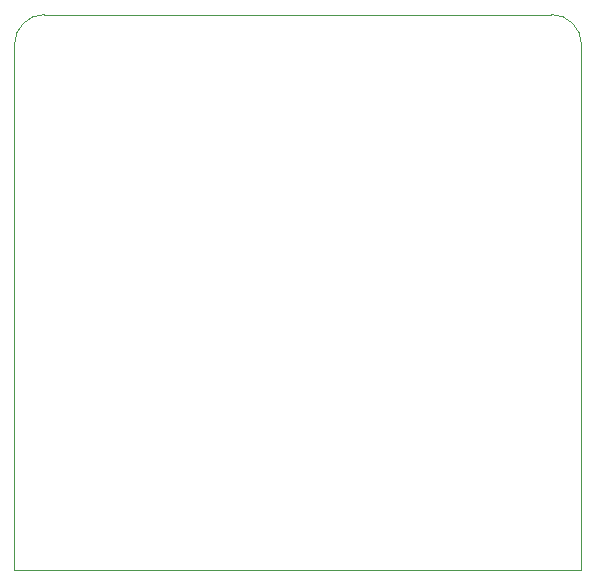
<source format=gm1>
G04 #@! TF.GenerationSoftware,KiCad,Pcbnew,5.1.9+dfsg1-1*
G04 #@! TF.CreationDate,2021-03-02T11:36:12-06:00*
G04 #@! TF.ProjectId,C64UserPortMidi,43363455-7365-4725-906f-72744d696469,rev?*
G04 #@! TF.SameCoordinates,Original*
G04 #@! TF.FileFunction,Profile,NP*
%FSLAX46Y46*%
G04 Gerber Fmt 4.6, Leading zero omitted, Abs format (unit mm)*
G04 Created by KiCad (PCBNEW 5.1.9+dfsg1-1) date 2021-03-02 11:36:12*
%MOMM*%
%LPD*%
G01*
G04 APERTURE LIST*
G04 #@! TA.AperFunction,Profile*
%ADD10C,0.050000*%
G04 #@! TD*
G04 APERTURE END LIST*
D10*
X106857800Y-91059000D02*
G75*
G02*
X109397800Y-88519000I2540000J0D01*
G01*
X152323800Y-88519000D02*
G75*
G02*
X154863800Y-91059000I0J-2540000D01*
G01*
X152323800Y-88519000D02*
X109397800Y-88519000D01*
X154863800Y-124155200D02*
X154863800Y-91059000D01*
X106857800Y-124155200D02*
X106857800Y-91059000D01*
X106857800Y-135534400D02*
X106857800Y-124155200D01*
X154863800Y-135534400D02*
X154863800Y-124155200D01*
X106857800Y-135534400D02*
X154863800Y-135534400D01*
M02*

</source>
